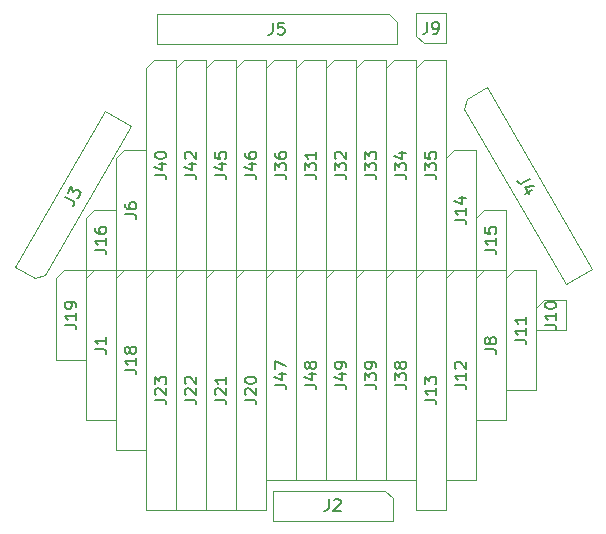
<source format=gbr>
G04 #@! TF.FileFunction,Other,Fab,Top*
%FSLAX46Y46*%
G04 Gerber Fmt 4.6, Leading zero omitted, Abs format (unit mm)*
G04 Created by KiCad (PCBNEW 4.0.7-e2-6376~58~ubuntu14.04.1) date Sat Apr 21 17:00:56 2018*
%MOMM*%
%LPD*%
G01*
G04 APERTURE LIST*
%ADD10C,0.100000*%
%ADD11C,0.150000*%
G04 APERTURE END LIST*
D10*
X197750000Y-84365000D02*
X197750000Y-86270000D01*
X197750000Y-86270000D02*
X177430000Y-86270000D01*
X177430000Y-86270000D02*
X177430000Y-83730000D01*
X177430000Y-83730000D02*
X197115000Y-83730000D01*
X197115000Y-83730000D02*
X197750000Y-84365000D01*
X197410000Y-124705000D02*
X197410000Y-126610000D01*
X197410000Y-126610000D02*
X187250000Y-126610000D01*
X187250000Y-126610000D02*
X187250000Y-124070000D01*
X187250000Y-124070000D02*
X196775000Y-124070000D01*
X196775000Y-124070000D02*
X197410000Y-124705000D01*
X167084926Y-106076170D02*
X165435148Y-105123670D01*
X165435148Y-105123670D02*
X173055148Y-91925443D01*
X173055148Y-91925443D02*
X175254852Y-93195443D01*
X175254852Y-93195443D02*
X167952352Y-105843744D01*
X167952352Y-105843744D02*
X167084926Y-106076170D01*
X203705074Y-90867943D02*
X205354852Y-89915443D01*
X205354852Y-89915443D02*
X214244852Y-105313374D01*
X214244852Y-105313374D02*
X212045148Y-106583374D01*
X212045148Y-106583374D02*
X203472648Y-91735369D01*
X203472648Y-91735369D02*
X203705074Y-90867943D01*
X210185000Y-107950000D02*
X212090000Y-107950000D01*
X212090000Y-107950000D02*
X212090000Y-110490000D01*
X212090000Y-110490000D02*
X209550000Y-110490000D01*
X209550000Y-110490000D02*
X209550000Y-108585000D01*
X209550000Y-108585000D02*
X210185000Y-107950000D01*
X199390000Y-85565000D02*
X199390000Y-83660000D01*
X199390000Y-83660000D02*
X201930000Y-83660000D01*
X201930000Y-83660000D02*
X201930000Y-86200000D01*
X201930000Y-86200000D02*
X200025000Y-86200000D01*
X200025000Y-86200000D02*
X199390000Y-85565000D01*
X174625000Y-95250000D02*
X176530000Y-95250000D01*
X176530000Y-95250000D02*
X176530000Y-105410000D01*
X176530000Y-105410000D02*
X173990000Y-105410000D01*
X173990000Y-105410000D02*
X173990000Y-95885000D01*
X173990000Y-95885000D02*
X174625000Y-95250000D01*
X207645000Y-105410000D02*
X209550000Y-105410000D01*
X209550000Y-105410000D02*
X209550000Y-115570000D01*
X209550000Y-115570000D02*
X207010000Y-115570000D01*
X207010000Y-115570000D02*
X207010000Y-106045000D01*
X207010000Y-106045000D02*
X207645000Y-105410000D01*
X189865000Y-87630000D02*
X191770000Y-87630000D01*
X191770000Y-87630000D02*
X191770000Y-105410000D01*
X191770000Y-105410000D02*
X189230000Y-105410000D01*
X189230000Y-105410000D02*
X189230000Y-88265000D01*
X189230000Y-88265000D02*
X189865000Y-87630000D01*
X192405000Y-87630000D02*
X194310000Y-87630000D01*
X194310000Y-87630000D02*
X194310000Y-105410000D01*
X194310000Y-105410000D02*
X191770000Y-105410000D01*
X191770000Y-105410000D02*
X191770000Y-88265000D01*
X191770000Y-88265000D02*
X192405000Y-87630000D01*
X194945000Y-87630000D02*
X196850000Y-87630000D01*
X196850000Y-87630000D02*
X196850000Y-105410000D01*
X196850000Y-105410000D02*
X194310000Y-105410000D01*
X194310000Y-105410000D02*
X194310000Y-88265000D01*
X194310000Y-88265000D02*
X194945000Y-87630000D01*
X197485000Y-87630000D02*
X199390000Y-87630000D01*
X199390000Y-87630000D02*
X199390000Y-105410000D01*
X199390000Y-105410000D02*
X196850000Y-105410000D01*
X196850000Y-105410000D02*
X196850000Y-88265000D01*
X196850000Y-88265000D02*
X197485000Y-87630000D01*
X200025000Y-87630000D02*
X201930000Y-87630000D01*
X201930000Y-87630000D02*
X201930000Y-105410000D01*
X201930000Y-105410000D02*
X199390000Y-105410000D01*
X199390000Y-105410000D02*
X199390000Y-88265000D01*
X199390000Y-88265000D02*
X200025000Y-87630000D01*
X187325000Y-87630000D02*
X189230000Y-87630000D01*
X189230000Y-87630000D02*
X189230000Y-105410000D01*
X189230000Y-105410000D02*
X186690000Y-105410000D01*
X186690000Y-105410000D02*
X186690000Y-88265000D01*
X186690000Y-88265000D02*
X187325000Y-87630000D01*
X197485000Y-105410000D02*
X199390000Y-105410000D01*
X199390000Y-105410000D02*
X199390000Y-123190000D01*
X199390000Y-123190000D02*
X196850000Y-123190000D01*
X196850000Y-123190000D02*
X196850000Y-106045000D01*
X196850000Y-106045000D02*
X197485000Y-105410000D01*
X194945000Y-105410000D02*
X196850000Y-105410000D01*
X196850000Y-105410000D02*
X196850000Y-123190000D01*
X196850000Y-123190000D02*
X194310000Y-123190000D01*
X194310000Y-123190000D02*
X194310000Y-106045000D01*
X194310000Y-106045000D02*
X194945000Y-105410000D01*
X177165000Y-87630000D02*
X179070000Y-87630000D01*
X179070000Y-87630000D02*
X179070000Y-105410000D01*
X179070000Y-105410000D02*
X176530000Y-105410000D01*
X176530000Y-105410000D02*
X176530000Y-88265000D01*
X176530000Y-88265000D02*
X177165000Y-87630000D01*
X179705000Y-87630000D02*
X181610000Y-87630000D01*
X181610000Y-87630000D02*
X181610000Y-105410000D01*
X181610000Y-105410000D02*
X179070000Y-105410000D01*
X179070000Y-105410000D02*
X179070000Y-88265000D01*
X179070000Y-88265000D02*
X179705000Y-87630000D01*
X182245000Y-87630000D02*
X184150000Y-87630000D01*
X184150000Y-87630000D02*
X184150000Y-105410000D01*
X184150000Y-105410000D02*
X181610000Y-105410000D01*
X181610000Y-105410000D02*
X181610000Y-88265000D01*
X181610000Y-88265000D02*
X182245000Y-87630000D01*
X184785000Y-87630000D02*
X186690000Y-87630000D01*
X186690000Y-87630000D02*
X186690000Y-105410000D01*
X186690000Y-105410000D02*
X184150000Y-105410000D01*
X184150000Y-105410000D02*
X184150000Y-88265000D01*
X184150000Y-88265000D02*
X184785000Y-87630000D01*
X187325000Y-105410000D02*
X189230000Y-105410000D01*
X189230000Y-105410000D02*
X189230000Y-123190000D01*
X189230000Y-123190000D02*
X186690000Y-123190000D01*
X186690000Y-123190000D02*
X186690000Y-106045000D01*
X186690000Y-106045000D02*
X187325000Y-105410000D01*
X189865000Y-105410000D02*
X191770000Y-105410000D01*
X191770000Y-105410000D02*
X191770000Y-123190000D01*
X191770000Y-123190000D02*
X189230000Y-123190000D01*
X189230000Y-123190000D02*
X189230000Y-106045000D01*
X189230000Y-106045000D02*
X189865000Y-105410000D01*
X192405000Y-105410000D02*
X194310000Y-105410000D01*
X194310000Y-105410000D02*
X194310000Y-123190000D01*
X194310000Y-123190000D02*
X191770000Y-123190000D01*
X191770000Y-123190000D02*
X191770000Y-106045000D01*
X191770000Y-106045000D02*
X192405000Y-105410000D01*
X205105000Y-100330000D02*
X207010000Y-100330000D01*
X207010000Y-100330000D02*
X207010000Y-105410000D01*
X207010000Y-105410000D02*
X204470000Y-105410000D01*
X204470000Y-105410000D02*
X204470000Y-100965000D01*
X204470000Y-100965000D02*
X205105000Y-100330000D01*
X172085000Y-100330000D02*
X173990000Y-100330000D01*
X173990000Y-100330000D02*
X173990000Y-105410000D01*
X173990000Y-105410000D02*
X171450000Y-105410000D01*
X171450000Y-105410000D02*
X171450000Y-100965000D01*
X171450000Y-100965000D02*
X172085000Y-100330000D01*
X174625000Y-105410000D02*
X176530000Y-105410000D01*
X176530000Y-105410000D02*
X176530000Y-120650000D01*
X176530000Y-120650000D02*
X173990000Y-120650000D01*
X173990000Y-120650000D02*
X173990000Y-106045000D01*
X173990000Y-106045000D02*
X174625000Y-105410000D01*
X169545000Y-105410000D02*
X171450000Y-105410000D01*
X171450000Y-105410000D02*
X171450000Y-113030000D01*
X171450000Y-113030000D02*
X168910000Y-113030000D01*
X168910000Y-113030000D02*
X168910000Y-106045000D01*
X168910000Y-106045000D02*
X169545000Y-105410000D01*
X184785000Y-105410000D02*
X186690000Y-105410000D01*
X186690000Y-105410000D02*
X186690000Y-125730000D01*
X186690000Y-125730000D02*
X184150000Y-125730000D01*
X184150000Y-125730000D02*
X184150000Y-106045000D01*
X184150000Y-106045000D02*
X184785000Y-105410000D01*
X182245000Y-105410000D02*
X184150000Y-105410000D01*
X184150000Y-105410000D02*
X184150000Y-125730000D01*
X184150000Y-125730000D02*
X181610000Y-125730000D01*
X181610000Y-125730000D02*
X181610000Y-106045000D01*
X181610000Y-106045000D02*
X182245000Y-105410000D01*
X179705000Y-105410000D02*
X181610000Y-105410000D01*
X181610000Y-105410000D02*
X181610000Y-125730000D01*
X181610000Y-125730000D02*
X179070000Y-125730000D01*
X179070000Y-125730000D02*
X179070000Y-106045000D01*
X179070000Y-106045000D02*
X179705000Y-105410000D01*
X177165000Y-105410000D02*
X179070000Y-105410000D01*
X179070000Y-105410000D02*
X179070000Y-125730000D01*
X179070000Y-125730000D02*
X176530000Y-125730000D01*
X176530000Y-125730000D02*
X176530000Y-106045000D01*
X176530000Y-106045000D02*
X177165000Y-105410000D01*
X205105000Y-105410000D02*
X207010000Y-105410000D01*
X207010000Y-105410000D02*
X207010000Y-118110000D01*
X207010000Y-118110000D02*
X204470000Y-118110000D01*
X204470000Y-118110000D02*
X204470000Y-106045000D01*
X204470000Y-106045000D02*
X205105000Y-105410000D01*
X172085000Y-105410000D02*
X173990000Y-105410000D01*
X173990000Y-105410000D02*
X173990000Y-118110000D01*
X173990000Y-118110000D02*
X171450000Y-118110000D01*
X171450000Y-118110000D02*
X171450000Y-106045000D01*
X171450000Y-106045000D02*
X172085000Y-105410000D01*
X202565000Y-105410000D02*
X204470000Y-105410000D01*
X204470000Y-105410000D02*
X204470000Y-123190000D01*
X204470000Y-123190000D02*
X201930000Y-123190000D01*
X201930000Y-123190000D02*
X201930000Y-106045000D01*
X201930000Y-106045000D02*
X202565000Y-105410000D01*
X200025000Y-105410000D02*
X201930000Y-105410000D01*
X201930000Y-105410000D02*
X201930000Y-125730000D01*
X201930000Y-125730000D02*
X199390000Y-125730000D01*
X199390000Y-125730000D02*
X199390000Y-106045000D01*
X199390000Y-106045000D02*
X200025000Y-105410000D01*
X202565000Y-95250000D02*
X204470000Y-95250000D01*
X204470000Y-95250000D02*
X204470000Y-105410000D01*
X204470000Y-105410000D02*
X201930000Y-105410000D01*
X201930000Y-105410000D02*
X201930000Y-95885000D01*
X201930000Y-95885000D02*
X202565000Y-95250000D01*
D11*
X187256667Y-84452381D02*
X187256667Y-85166667D01*
X187209047Y-85309524D01*
X187113809Y-85404762D01*
X186970952Y-85452381D01*
X186875714Y-85452381D01*
X188209048Y-84452381D02*
X187732857Y-84452381D01*
X187685238Y-84928571D01*
X187732857Y-84880952D01*
X187828095Y-84833333D01*
X188066191Y-84833333D01*
X188161429Y-84880952D01*
X188209048Y-84928571D01*
X188256667Y-85023810D01*
X188256667Y-85261905D01*
X188209048Y-85357143D01*
X188161429Y-85404762D01*
X188066191Y-85452381D01*
X187828095Y-85452381D01*
X187732857Y-85404762D01*
X187685238Y-85357143D01*
X191996667Y-124792381D02*
X191996667Y-125506667D01*
X191949047Y-125649524D01*
X191853809Y-125744762D01*
X191710952Y-125792381D01*
X191615714Y-125792381D01*
X192425238Y-124887619D02*
X192472857Y-124840000D01*
X192568095Y-124792381D01*
X192806191Y-124792381D01*
X192901429Y-124840000D01*
X192949048Y-124887619D01*
X192996667Y-124982857D01*
X192996667Y-125078095D01*
X192949048Y-125220952D01*
X192377619Y-125792381D01*
X192996667Y-125792381D01*
X169704082Y-99174422D02*
X170322671Y-99531565D01*
X170422579Y-99644234D01*
X170457439Y-99774332D01*
X170427249Y-99921859D01*
X170379630Y-100004337D01*
X169894558Y-98844508D02*
X170204082Y-98308397D01*
X170367329Y-98787549D01*
X170438758Y-98663830D01*
X170527616Y-98605161D01*
X170592665Y-98587731D01*
X170698954Y-98594111D01*
X170905150Y-98713159D01*
X170963819Y-98802017D01*
X170981249Y-98867066D01*
X170974869Y-98973354D01*
X170832011Y-99220790D01*
X170743153Y-99279459D01*
X170678104Y-99296889D01*
X209007585Y-97686925D02*
X208388996Y-98044068D01*
X208241468Y-98074256D01*
X208111370Y-98039396D01*
X207998703Y-97939488D01*
X207951084Y-97857010D01*
X209171292Y-98637138D02*
X208593941Y-98970472D01*
X209382158Y-98240465D02*
X208644520Y-98391412D01*
X208954044Y-98927523D01*
X210272381Y-110029523D02*
X210986667Y-110029523D01*
X211129524Y-110077143D01*
X211224762Y-110172381D01*
X211272381Y-110315238D01*
X211272381Y-110410476D01*
X211272381Y-109029523D02*
X211272381Y-109600952D01*
X211272381Y-109315238D02*
X210272381Y-109315238D01*
X210415238Y-109410476D01*
X210510476Y-109505714D01*
X210558095Y-109600952D01*
X210272381Y-108410476D02*
X210272381Y-108315237D01*
X210320000Y-108219999D01*
X210367619Y-108172380D01*
X210462857Y-108124761D01*
X210653333Y-108077142D01*
X210891429Y-108077142D01*
X211081905Y-108124761D01*
X211177143Y-108172380D01*
X211224762Y-108219999D01*
X211272381Y-108315237D01*
X211272381Y-108410476D01*
X211224762Y-108505714D01*
X211177143Y-108553333D01*
X211081905Y-108600952D01*
X210891429Y-108648571D01*
X210653333Y-108648571D01*
X210462857Y-108600952D01*
X210367619Y-108553333D01*
X210320000Y-108505714D01*
X210272381Y-108410476D01*
X200326667Y-84382381D02*
X200326667Y-85096667D01*
X200279047Y-85239524D01*
X200183809Y-85334762D01*
X200040952Y-85382381D01*
X199945714Y-85382381D01*
X200850476Y-85382381D02*
X201040952Y-85382381D01*
X201136191Y-85334762D01*
X201183810Y-85287143D01*
X201279048Y-85144286D01*
X201326667Y-84953810D01*
X201326667Y-84572857D01*
X201279048Y-84477619D01*
X201231429Y-84430000D01*
X201136191Y-84382381D01*
X200945714Y-84382381D01*
X200850476Y-84430000D01*
X200802857Y-84477619D01*
X200755238Y-84572857D01*
X200755238Y-84810952D01*
X200802857Y-84906190D01*
X200850476Y-84953810D01*
X200945714Y-85001429D01*
X201136191Y-85001429D01*
X201231429Y-84953810D01*
X201279048Y-84906190D01*
X201326667Y-84810952D01*
X174712381Y-100663333D02*
X175426667Y-100663333D01*
X175569524Y-100710953D01*
X175664762Y-100806191D01*
X175712381Y-100949048D01*
X175712381Y-101044286D01*
X174712381Y-99758571D02*
X174712381Y-99949048D01*
X174760000Y-100044286D01*
X174807619Y-100091905D01*
X174950476Y-100187143D01*
X175140952Y-100234762D01*
X175521905Y-100234762D01*
X175617143Y-100187143D01*
X175664762Y-100139524D01*
X175712381Y-100044286D01*
X175712381Y-99853809D01*
X175664762Y-99758571D01*
X175617143Y-99710952D01*
X175521905Y-99663333D01*
X175283810Y-99663333D01*
X175188571Y-99710952D01*
X175140952Y-99758571D01*
X175093333Y-99853809D01*
X175093333Y-100044286D01*
X175140952Y-100139524D01*
X175188571Y-100187143D01*
X175283810Y-100234762D01*
X207732381Y-111299523D02*
X208446667Y-111299523D01*
X208589524Y-111347143D01*
X208684762Y-111442381D01*
X208732381Y-111585238D01*
X208732381Y-111680476D01*
X208732381Y-110299523D02*
X208732381Y-110870952D01*
X208732381Y-110585238D02*
X207732381Y-110585238D01*
X207875238Y-110680476D01*
X207970476Y-110775714D01*
X208018095Y-110870952D01*
X208732381Y-109347142D02*
X208732381Y-109918571D01*
X208732381Y-109632857D02*
X207732381Y-109632857D01*
X207875238Y-109728095D01*
X207970476Y-109823333D01*
X208018095Y-109918571D01*
X189952381Y-97329523D02*
X190666667Y-97329523D01*
X190809524Y-97377143D01*
X190904762Y-97472381D01*
X190952381Y-97615238D01*
X190952381Y-97710476D01*
X189952381Y-96948571D02*
X189952381Y-96329523D01*
X190333333Y-96662857D01*
X190333333Y-96519999D01*
X190380952Y-96424761D01*
X190428571Y-96377142D01*
X190523810Y-96329523D01*
X190761905Y-96329523D01*
X190857143Y-96377142D01*
X190904762Y-96424761D01*
X190952381Y-96519999D01*
X190952381Y-96805714D01*
X190904762Y-96900952D01*
X190857143Y-96948571D01*
X190952381Y-95377142D02*
X190952381Y-95948571D01*
X190952381Y-95662857D02*
X189952381Y-95662857D01*
X190095238Y-95758095D01*
X190190476Y-95853333D01*
X190238095Y-95948571D01*
X192492381Y-97329523D02*
X193206667Y-97329523D01*
X193349524Y-97377143D01*
X193444762Y-97472381D01*
X193492381Y-97615238D01*
X193492381Y-97710476D01*
X192492381Y-96948571D02*
X192492381Y-96329523D01*
X192873333Y-96662857D01*
X192873333Y-96519999D01*
X192920952Y-96424761D01*
X192968571Y-96377142D01*
X193063810Y-96329523D01*
X193301905Y-96329523D01*
X193397143Y-96377142D01*
X193444762Y-96424761D01*
X193492381Y-96519999D01*
X193492381Y-96805714D01*
X193444762Y-96900952D01*
X193397143Y-96948571D01*
X192587619Y-95948571D02*
X192540000Y-95900952D01*
X192492381Y-95805714D01*
X192492381Y-95567618D01*
X192540000Y-95472380D01*
X192587619Y-95424761D01*
X192682857Y-95377142D01*
X192778095Y-95377142D01*
X192920952Y-95424761D01*
X193492381Y-95996190D01*
X193492381Y-95377142D01*
X195032381Y-97329523D02*
X195746667Y-97329523D01*
X195889524Y-97377143D01*
X195984762Y-97472381D01*
X196032381Y-97615238D01*
X196032381Y-97710476D01*
X195032381Y-96948571D02*
X195032381Y-96329523D01*
X195413333Y-96662857D01*
X195413333Y-96519999D01*
X195460952Y-96424761D01*
X195508571Y-96377142D01*
X195603810Y-96329523D01*
X195841905Y-96329523D01*
X195937143Y-96377142D01*
X195984762Y-96424761D01*
X196032381Y-96519999D01*
X196032381Y-96805714D01*
X195984762Y-96900952D01*
X195937143Y-96948571D01*
X195032381Y-95996190D02*
X195032381Y-95377142D01*
X195413333Y-95710476D01*
X195413333Y-95567618D01*
X195460952Y-95472380D01*
X195508571Y-95424761D01*
X195603810Y-95377142D01*
X195841905Y-95377142D01*
X195937143Y-95424761D01*
X195984762Y-95472380D01*
X196032381Y-95567618D01*
X196032381Y-95853333D01*
X195984762Y-95948571D01*
X195937143Y-95996190D01*
X197572381Y-97329523D02*
X198286667Y-97329523D01*
X198429524Y-97377143D01*
X198524762Y-97472381D01*
X198572381Y-97615238D01*
X198572381Y-97710476D01*
X197572381Y-96948571D02*
X197572381Y-96329523D01*
X197953333Y-96662857D01*
X197953333Y-96519999D01*
X198000952Y-96424761D01*
X198048571Y-96377142D01*
X198143810Y-96329523D01*
X198381905Y-96329523D01*
X198477143Y-96377142D01*
X198524762Y-96424761D01*
X198572381Y-96519999D01*
X198572381Y-96805714D01*
X198524762Y-96900952D01*
X198477143Y-96948571D01*
X197905714Y-95472380D02*
X198572381Y-95472380D01*
X197524762Y-95710476D02*
X198239048Y-95948571D01*
X198239048Y-95329523D01*
X200112381Y-97329523D02*
X200826667Y-97329523D01*
X200969524Y-97377143D01*
X201064762Y-97472381D01*
X201112381Y-97615238D01*
X201112381Y-97710476D01*
X200112381Y-96948571D02*
X200112381Y-96329523D01*
X200493333Y-96662857D01*
X200493333Y-96519999D01*
X200540952Y-96424761D01*
X200588571Y-96377142D01*
X200683810Y-96329523D01*
X200921905Y-96329523D01*
X201017143Y-96377142D01*
X201064762Y-96424761D01*
X201112381Y-96519999D01*
X201112381Y-96805714D01*
X201064762Y-96900952D01*
X201017143Y-96948571D01*
X200112381Y-95424761D02*
X200112381Y-95900952D01*
X200588571Y-95948571D01*
X200540952Y-95900952D01*
X200493333Y-95805714D01*
X200493333Y-95567618D01*
X200540952Y-95472380D01*
X200588571Y-95424761D01*
X200683810Y-95377142D01*
X200921905Y-95377142D01*
X201017143Y-95424761D01*
X201064762Y-95472380D01*
X201112381Y-95567618D01*
X201112381Y-95805714D01*
X201064762Y-95900952D01*
X201017143Y-95948571D01*
X187412381Y-97329523D02*
X188126667Y-97329523D01*
X188269524Y-97377143D01*
X188364762Y-97472381D01*
X188412381Y-97615238D01*
X188412381Y-97710476D01*
X187412381Y-96948571D02*
X187412381Y-96329523D01*
X187793333Y-96662857D01*
X187793333Y-96519999D01*
X187840952Y-96424761D01*
X187888571Y-96377142D01*
X187983810Y-96329523D01*
X188221905Y-96329523D01*
X188317143Y-96377142D01*
X188364762Y-96424761D01*
X188412381Y-96519999D01*
X188412381Y-96805714D01*
X188364762Y-96900952D01*
X188317143Y-96948571D01*
X187412381Y-95472380D02*
X187412381Y-95662857D01*
X187460000Y-95758095D01*
X187507619Y-95805714D01*
X187650476Y-95900952D01*
X187840952Y-95948571D01*
X188221905Y-95948571D01*
X188317143Y-95900952D01*
X188364762Y-95853333D01*
X188412381Y-95758095D01*
X188412381Y-95567618D01*
X188364762Y-95472380D01*
X188317143Y-95424761D01*
X188221905Y-95377142D01*
X187983810Y-95377142D01*
X187888571Y-95424761D01*
X187840952Y-95472380D01*
X187793333Y-95567618D01*
X187793333Y-95758095D01*
X187840952Y-95853333D01*
X187888571Y-95900952D01*
X187983810Y-95948571D01*
X197572381Y-115109523D02*
X198286667Y-115109523D01*
X198429524Y-115157143D01*
X198524762Y-115252381D01*
X198572381Y-115395238D01*
X198572381Y-115490476D01*
X197572381Y-114728571D02*
X197572381Y-114109523D01*
X197953333Y-114442857D01*
X197953333Y-114299999D01*
X198000952Y-114204761D01*
X198048571Y-114157142D01*
X198143810Y-114109523D01*
X198381905Y-114109523D01*
X198477143Y-114157142D01*
X198524762Y-114204761D01*
X198572381Y-114299999D01*
X198572381Y-114585714D01*
X198524762Y-114680952D01*
X198477143Y-114728571D01*
X198000952Y-113538095D02*
X197953333Y-113633333D01*
X197905714Y-113680952D01*
X197810476Y-113728571D01*
X197762857Y-113728571D01*
X197667619Y-113680952D01*
X197620000Y-113633333D01*
X197572381Y-113538095D01*
X197572381Y-113347618D01*
X197620000Y-113252380D01*
X197667619Y-113204761D01*
X197762857Y-113157142D01*
X197810476Y-113157142D01*
X197905714Y-113204761D01*
X197953333Y-113252380D01*
X198000952Y-113347618D01*
X198000952Y-113538095D01*
X198048571Y-113633333D01*
X198096190Y-113680952D01*
X198191429Y-113728571D01*
X198381905Y-113728571D01*
X198477143Y-113680952D01*
X198524762Y-113633333D01*
X198572381Y-113538095D01*
X198572381Y-113347618D01*
X198524762Y-113252380D01*
X198477143Y-113204761D01*
X198381905Y-113157142D01*
X198191429Y-113157142D01*
X198096190Y-113204761D01*
X198048571Y-113252380D01*
X198000952Y-113347618D01*
X195032381Y-115109523D02*
X195746667Y-115109523D01*
X195889524Y-115157143D01*
X195984762Y-115252381D01*
X196032381Y-115395238D01*
X196032381Y-115490476D01*
X195032381Y-114728571D02*
X195032381Y-114109523D01*
X195413333Y-114442857D01*
X195413333Y-114299999D01*
X195460952Y-114204761D01*
X195508571Y-114157142D01*
X195603810Y-114109523D01*
X195841905Y-114109523D01*
X195937143Y-114157142D01*
X195984762Y-114204761D01*
X196032381Y-114299999D01*
X196032381Y-114585714D01*
X195984762Y-114680952D01*
X195937143Y-114728571D01*
X196032381Y-113633333D02*
X196032381Y-113442857D01*
X195984762Y-113347618D01*
X195937143Y-113299999D01*
X195794286Y-113204761D01*
X195603810Y-113157142D01*
X195222857Y-113157142D01*
X195127619Y-113204761D01*
X195080000Y-113252380D01*
X195032381Y-113347618D01*
X195032381Y-113538095D01*
X195080000Y-113633333D01*
X195127619Y-113680952D01*
X195222857Y-113728571D01*
X195460952Y-113728571D01*
X195556190Y-113680952D01*
X195603810Y-113633333D01*
X195651429Y-113538095D01*
X195651429Y-113347618D01*
X195603810Y-113252380D01*
X195556190Y-113204761D01*
X195460952Y-113157142D01*
X177252381Y-97329523D02*
X177966667Y-97329523D01*
X178109524Y-97377143D01*
X178204762Y-97472381D01*
X178252381Y-97615238D01*
X178252381Y-97710476D01*
X177585714Y-96424761D02*
X178252381Y-96424761D01*
X177204762Y-96662857D02*
X177919048Y-96900952D01*
X177919048Y-96281904D01*
X177252381Y-95710476D02*
X177252381Y-95615237D01*
X177300000Y-95519999D01*
X177347619Y-95472380D01*
X177442857Y-95424761D01*
X177633333Y-95377142D01*
X177871429Y-95377142D01*
X178061905Y-95424761D01*
X178157143Y-95472380D01*
X178204762Y-95519999D01*
X178252381Y-95615237D01*
X178252381Y-95710476D01*
X178204762Y-95805714D01*
X178157143Y-95853333D01*
X178061905Y-95900952D01*
X177871429Y-95948571D01*
X177633333Y-95948571D01*
X177442857Y-95900952D01*
X177347619Y-95853333D01*
X177300000Y-95805714D01*
X177252381Y-95710476D01*
X179792381Y-97329523D02*
X180506667Y-97329523D01*
X180649524Y-97377143D01*
X180744762Y-97472381D01*
X180792381Y-97615238D01*
X180792381Y-97710476D01*
X180125714Y-96424761D02*
X180792381Y-96424761D01*
X179744762Y-96662857D02*
X180459048Y-96900952D01*
X180459048Y-96281904D01*
X179887619Y-95948571D02*
X179840000Y-95900952D01*
X179792381Y-95805714D01*
X179792381Y-95567618D01*
X179840000Y-95472380D01*
X179887619Y-95424761D01*
X179982857Y-95377142D01*
X180078095Y-95377142D01*
X180220952Y-95424761D01*
X180792381Y-95996190D01*
X180792381Y-95377142D01*
X182332381Y-97329523D02*
X183046667Y-97329523D01*
X183189524Y-97377143D01*
X183284762Y-97472381D01*
X183332381Y-97615238D01*
X183332381Y-97710476D01*
X182665714Y-96424761D02*
X183332381Y-96424761D01*
X182284762Y-96662857D02*
X182999048Y-96900952D01*
X182999048Y-96281904D01*
X182332381Y-95424761D02*
X182332381Y-95900952D01*
X182808571Y-95948571D01*
X182760952Y-95900952D01*
X182713333Y-95805714D01*
X182713333Y-95567618D01*
X182760952Y-95472380D01*
X182808571Y-95424761D01*
X182903810Y-95377142D01*
X183141905Y-95377142D01*
X183237143Y-95424761D01*
X183284762Y-95472380D01*
X183332381Y-95567618D01*
X183332381Y-95805714D01*
X183284762Y-95900952D01*
X183237143Y-95948571D01*
X184872381Y-97329523D02*
X185586667Y-97329523D01*
X185729524Y-97377143D01*
X185824762Y-97472381D01*
X185872381Y-97615238D01*
X185872381Y-97710476D01*
X185205714Y-96424761D02*
X185872381Y-96424761D01*
X184824762Y-96662857D02*
X185539048Y-96900952D01*
X185539048Y-96281904D01*
X184872381Y-95472380D02*
X184872381Y-95662857D01*
X184920000Y-95758095D01*
X184967619Y-95805714D01*
X185110476Y-95900952D01*
X185300952Y-95948571D01*
X185681905Y-95948571D01*
X185777143Y-95900952D01*
X185824762Y-95853333D01*
X185872381Y-95758095D01*
X185872381Y-95567618D01*
X185824762Y-95472380D01*
X185777143Y-95424761D01*
X185681905Y-95377142D01*
X185443810Y-95377142D01*
X185348571Y-95424761D01*
X185300952Y-95472380D01*
X185253333Y-95567618D01*
X185253333Y-95758095D01*
X185300952Y-95853333D01*
X185348571Y-95900952D01*
X185443810Y-95948571D01*
X187412381Y-115109523D02*
X188126667Y-115109523D01*
X188269524Y-115157143D01*
X188364762Y-115252381D01*
X188412381Y-115395238D01*
X188412381Y-115490476D01*
X187745714Y-114204761D02*
X188412381Y-114204761D01*
X187364762Y-114442857D02*
X188079048Y-114680952D01*
X188079048Y-114061904D01*
X187412381Y-113776190D02*
X187412381Y-113109523D01*
X188412381Y-113538095D01*
X189952381Y-115109523D02*
X190666667Y-115109523D01*
X190809524Y-115157143D01*
X190904762Y-115252381D01*
X190952381Y-115395238D01*
X190952381Y-115490476D01*
X190285714Y-114204761D02*
X190952381Y-114204761D01*
X189904762Y-114442857D02*
X190619048Y-114680952D01*
X190619048Y-114061904D01*
X190380952Y-113538095D02*
X190333333Y-113633333D01*
X190285714Y-113680952D01*
X190190476Y-113728571D01*
X190142857Y-113728571D01*
X190047619Y-113680952D01*
X190000000Y-113633333D01*
X189952381Y-113538095D01*
X189952381Y-113347618D01*
X190000000Y-113252380D01*
X190047619Y-113204761D01*
X190142857Y-113157142D01*
X190190476Y-113157142D01*
X190285714Y-113204761D01*
X190333333Y-113252380D01*
X190380952Y-113347618D01*
X190380952Y-113538095D01*
X190428571Y-113633333D01*
X190476190Y-113680952D01*
X190571429Y-113728571D01*
X190761905Y-113728571D01*
X190857143Y-113680952D01*
X190904762Y-113633333D01*
X190952381Y-113538095D01*
X190952381Y-113347618D01*
X190904762Y-113252380D01*
X190857143Y-113204761D01*
X190761905Y-113157142D01*
X190571429Y-113157142D01*
X190476190Y-113204761D01*
X190428571Y-113252380D01*
X190380952Y-113347618D01*
X192492381Y-115109523D02*
X193206667Y-115109523D01*
X193349524Y-115157143D01*
X193444762Y-115252381D01*
X193492381Y-115395238D01*
X193492381Y-115490476D01*
X192825714Y-114204761D02*
X193492381Y-114204761D01*
X192444762Y-114442857D02*
X193159048Y-114680952D01*
X193159048Y-114061904D01*
X193492381Y-113633333D02*
X193492381Y-113442857D01*
X193444762Y-113347618D01*
X193397143Y-113299999D01*
X193254286Y-113204761D01*
X193063810Y-113157142D01*
X192682857Y-113157142D01*
X192587619Y-113204761D01*
X192540000Y-113252380D01*
X192492381Y-113347618D01*
X192492381Y-113538095D01*
X192540000Y-113633333D01*
X192587619Y-113680952D01*
X192682857Y-113728571D01*
X192920952Y-113728571D01*
X193016190Y-113680952D01*
X193063810Y-113633333D01*
X193111429Y-113538095D01*
X193111429Y-113347618D01*
X193063810Y-113252380D01*
X193016190Y-113204761D01*
X192920952Y-113157142D01*
X205192381Y-103679523D02*
X205906667Y-103679523D01*
X206049524Y-103727143D01*
X206144762Y-103822381D01*
X206192381Y-103965238D01*
X206192381Y-104060476D01*
X206192381Y-102679523D02*
X206192381Y-103250952D01*
X206192381Y-102965238D02*
X205192381Y-102965238D01*
X205335238Y-103060476D01*
X205430476Y-103155714D01*
X205478095Y-103250952D01*
X205192381Y-101774761D02*
X205192381Y-102250952D01*
X205668571Y-102298571D01*
X205620952Y-102250952D01*
X205573333Y-102155714D01*
X205573333Y-101917618D01*
X205620952Y-101822380D01*
X205668571Y-101774761D01*
X205763810Y-101727142D01*
X206001905Y-101727142D01*
X206097143Y-101774761D01*
X206144762Y-101822380D01*
X206192381Y-101917618D01*
X206192381Y-102155714D01*
X206144762Y-102250952D01*
X206097143Y-102298571D01*
X172172381Y-103679523D02*
X172886667Y-103679523D01*
X173029524Y-103727143D01*
X173124762Y-103822381D01*
X173172381Y-103965238D01*
X173172381Y-104060476D01*
X173172381Y-102679523D02*
X173172381Y-103250952D01*
X173172381Y-102965238D02*
X172172381Y-102965238D01*
X172315238Y-103060476D01*
X172410476Y-103155714D01*
X172458095Y-103250952D01*
X172172381Y-101822380D02*
X172172381Y-102012857D01*
X172220000Y-102108095D01*
X172267619Y-102155714D01*
X172410476Y-102250952D01*
X172600952Y-102298571D01*
X172981905Y-102298571D01*
X173077143Y-102250952D01*
X173124762Y-102203333D01*
X173172381Y-102108095D01*
X173172381Y-101917618D01*
X173124762Y-101822380D01*
X173077143Y-101774761D01*
X172981905Y-101727142D01*
X172743810Y-101727142D01*
X172648571Y-101774761D01*
X172600952Y-101822380D01*
X172553333Y-101917618D01*
X172553333Y-102108095D01*
X172600952Y-102203333D01*
X172648571Y-102250952D01*
X172743810Y-102298571D01*
X174712381Y-113839523D02*
X175426667Y-113839523D01*
X175569524Y-113887143D01*
X175664762Y-113982381D01*
X175712381Y-114125238D01*
X175712381Y-114220476D01*
X175712381Y-112839523D02*
X175712381Y-113410952D01*
X175712381Y-113125238D02*
X174712381Y-113125238D01*
X174855238Y-113220476D01*
X174950476Y-113315714D01*
X174998095Y-113410952D01*
X175140952Y-112268095D02*
X175093333Y-112363333D01*
X175045714Y-112410952D01*
X174950476Y-112458571D01*
X174902857Y-112458571D01*
X174807619Y-112410952D01*
X174760000Y-112363333D01*
X174712381Y-112268095D01*
X174712381Y-112077618D01*
X174760000Y-111982380D01*
X174807619Y-111934761D01*
X174902857Y-111887142D01*
X174950476Y-111887142D01*
X175045714Y-111934761D01*
X175093333Y-111982380D01*
X175140952Y-112077618D01*
X175140952Y-112268095D01*
X175188571Y-112363333D01*
X175236190Y-112410952D01*
X175331429Y-112458571D01*
X175521905Y-112458571D01*
X175617143Y-112410952D01*
X175664762Y-112363333D01*
X175712381Y-112268095D01*
X175712381Y-112077618D01*
X175664762Y-111982380D01*
X175617143Y-111934761D01*
X175521905Y-111887142D01*
X175331429Y-111887142D01*
X175236190Y-111934761D01*
X175188571Y-111982380D01*
X175140952Y-112077618D01*
X169632381Y-110029523D02*
X170346667Y-110029523D01*
X170489524Y-110077143D01*
X170584762Y-110172381D01*
X170632381Y-110315238D01*
X170632381Y-110410476D01*
X170632381Y-109029523D02*
X170632381Y-109600952D01*
X170632381Y-109315238D02*
X169632381Y-109315238D01*
X169775238Y-109410476D01*
X169870476Y-109505714D01*
X169918095Y-109600952D01*
X170632381Y-108553333D02*
X170632381Y-108362857D01*
X170584762Y-108267618D01*
X170537143Y-108219999D01*
X170394286Y-108124761D01*
X170203810Y-108077142D01*
X169822857Y-108077142D01*
X169727619Y-108124761D01*
X169680000Y-108172380D01*
X169632381Y-108267618D01*
X169632381Y-108458095D01*
X169680000Y-108553333D01*
X169727619Y-108600952D01*
X169822857Y-108648571D01*
X170060952Y-108648571D01*
X170156190Y-108600952D01*
X170203810Y-108553333D01*
X170251429Y-108458095D01*
X170251429Y-108267618D01*
X170203810Y-108172380D01*
X170156190Y-108124761D01*
X170060952Y-108077142D01*
X184872381Y-116379523D02*
X185586667Y-116379523D01*
X185729524Y-116427143D01*
X185824762Y-116522381D01*
X185872381Y-116665238D01*
X185872381Y-116760476D01*
X184967619Y-115950952D02*
X184920000Y-115903333D01*
X184872381Y-115808095D01*
X184872381Y-115569999D01*
X184920000Y-115474761D01*
X184967619Y-115427142D01*
X185062857Y-115379523D01*
X185158095Y-115379523D01*
X185300952Y-115427142D01*
X185872381Y-115998571D01*
X185872381Y-115379523D01*
X184872381Y-114760476D02*
X184872381Y-114665237D01*
X184920000Y-114569999D01*
X184967619Y-114522380D01*
X185062857Y-114474761D01*
X185253333Y-114427142D01*
X185491429Y-114427142D01*
X185681905Y-114474761D01*
X185777143Y-114522380D01*
X185824762Y-114569999D01*
X185872381Y-114665237D01*
X185872381Y-114760476D01*
X185824762Y-114855714D01*
X185777143Y-114903333D01*
X185681905Y-114950952D01*
X185491429Y-114998571D01*
X185253333Y-114998571D01*
X185062857Y-114950952D01*
X184967619Y-114903333D01*
X184920000Y-114855714D01*
X184872381Y-114760476D01*
X182332381Y-116379523D02*
X183046667Y-116379523D01*
X183189524Y-116427143D01*
X183284762Y-116522381D01*
X183332381Y-116665238D01*
X183332381Y-116760476D01*
X182427619Y-115950952D02*
X182380000Y-115903333D01*
X182332381Y-115808095D01*
X182332381Y-115569999D01*
X182380000Y-115474761D01*
X182427619Y-115427142D01*
X182522857Y-115379523D01*
X182618095Y-115379523D01*
X182760952Y-115427142D01*
X183332381Y-115998571D01*
X183332381Y-115379523D01*
X183332381Y-114427142D02*
X183332381Y-114998571D01*
X183332381Y-114712857D02*
X182332381Y-114712857D01*
X182475238Y-114808095D01*
X182570476Y-114903333D01*
X182618095Y-114998571D01*
X179792381Y-116379523D02*
X180506667Y-116379523D01*
X180649524Y-116427143D01*
X180744762Y-116522381D01*
X180792381Y-116665238D01*
X180792381Y-116760476D01*
X179887619Y-115950952D02*
X179840000Y-115903333D01*
X179792381Y-115808095D01*
X179792381Y-115569999D01*
X179840000Y-115474761D01*
X179887619Y-115427142D01*
X179982857Y-115379523D01*
X180078095Y-115379523D01*
X180220952Y-115427142D01*
X180792381Y-115998571D01*
X180792381Y-115379523D01*
X179887619Y-114998571D02*
X179840000Y-114950952D01*
X179792381Y-114855714D01*
X179792381Y-114617618D01*
X179840000Y-114522380D01*
X179887619Y-114474761D01*
X179982857Y-114427142D01*
X180078095Y-114427142D01*
X180220952Y-114474761D01*
X180792381Y-115046190D01*
X180792381Y-114427142D01*
X177252381Y-116379523D02*
X177966667Y-116379523D01*
X178109524Y-116427143D01*
X178204762Y-116522381D01*
X178252381Y-116665238D01*
X178252381Y-116760476D01*
X177347619Y-115950952D02*
X177300000Y-115903333D01*
X177252381Y-115808095D01*
X177252381Y-115569999D01*
X177300000Y-115474761D01*
X177347619Y-115427142D01*
X177442857Y-115379523D01*
X177538095Y-115379523D01*
X177680952Y-115427142D01*
X178252381Y-115998571D01*
X178252381Y-115379523D01*
X177252381Y-115046190D02*
X177252381Y-114427142D01*
X177633333Y-114760476D01*
X177633333Y-114617618D01*
X177680952Y-114522380D01*
X177728571Y-114474761D01*
X177823810Y-114427142D01*
X178061905Y-114427142D01*
X178157143Y-114474761D01*
X178204762Y-114522380D01*
X178252381Y-114617618D01*
X178252381Y-114903333D01*
X178204762Y-114998571D01*
X178157143Y-115046190D01*
X205192381Y-112093333D02*
X205906667Y-112093333D01*
X206049524Y-112140953D01*
X206144762Y-112236191D01*
X206192381Y-112379048D01*
X206192381Y-112474286D01*
X205620952Y-111474286D02*
X205573333Y-111569524D01*
X205525714Y-111617143D01*
X205430476Y-111664762D01*
X205382857Y-111664762D01*
X205287619Y-111617143D01*
X205240000Y-111569524D01*
X205192381Y-111474286D01*
X205192381Y-111283809D01*
X205240000Y-111188571D01*
X205287619Y-111140952D01*
X205382857Y-111093333D01*
X205430476Y-111093333D01*
X205525714Y-111140952D01*
X205573333Y-111188571D01*
X205620952Y-111283809D01*
X205620952Y-111474286D01*
X205668571Y-111569524D01*
X205716190Y-111617143D01*
X205811429Y-111664762D01*
X206001905Y-111664762D01*
X206097143Y-111617143D01*
X206144762Y-111569524D01*
X206192381Y-111474286D01*
X206192381Y-111283809D01*
X206144762Y-111188571D01*
X206097143Y-111140952D01*
X206001905Y-111093333D01*
X205811429Y-111093333D01*
X205716190Y-111140952D01*
X205668571Y-111188571D01*
X205620952Y-111283809D01*
X172172381Y-112093333D02*
X172886667Y-112093333D01*
X173029524Y-112140953D01*
X173124762Y-112236191D01*
X173172381Y-112379048D01*
X173172381Y-112474286D01*
X173172381Y-111093333D02*
X173172381Y-111664762D01*
X173172381Y-111379048D02*
X172172381Y-111379048D01*
X172315238Y-111474286D01*
X172410476Y-111569524D01*
X172458095Y-111664762D01*
X202652381Y-115109523D02*
X203366667Y-115109523D01*
X203509524Y-115157143D01*
X203604762Y-115252381D01*
X203652381Y-115395238D01*
X203652381Y-115490476D01*
X203652381Y-114109523D02*
X203652381Y-114680952D01*
X203652381Y-114395238D02*
X202652381Y-114395238D01*
X202795238Y-114490476D01*
X202890476Y-114585714D01*
X202938095Y-114680952D01*
X202747619Y-113728571D02*
X202700000Y-113680952D01*
X202652381Y-113585714D01*
X202652381Y-113347618D01*
X202700000Y-113252380D01*
X202747619Y-113204761D01*
X202842857Y-113157142D01*
X202938095Y-113157142D01*
X203080952Y-113204761D01*
X203652381Y-113776190D01*
X203652381Y-113157142D01*
X200112381Y-116379523D02*
X200826667Y-116379523D01*
X200969524Y-116427143D01*
X201064762Y-116522381D01*
X201112381Y-116665238D01*
X201112381Y-116760476D01*
X201112381Y-115379523D02*
X201112381Y-115950952D01*
X201112381Y-115665238D02*
X200112381Y-115665238D01*
X200255238Y-115760476D01*
X200350476Y-115855714D01*
X200398095Y-115950952D01*
X200112381Y-115046190D02*
X200112381Y-114427142D01*
X200493333Y-114760476D01*
X200493333Y-114617618D01*
X200540952Y-114522380D01*
X200588571Y-114474761D01*
X200683810Y-114427142D01*
X200921905Y-114427142D01*
X201017143Y-114474761D01*
X201064762Y-114522380D01*
X201112381Y-114617618D01*
X201112381Y-114903333D01*
X201064762Y-114998571D01*
X201017143Y-115046190D01*
X202652381Y-101139523D02*
X203366667Y-101139523D01*
X203509524Y-101187143D01*
X203604762Y-101282381D01*
X203652381Y-101425238D01*
X203652381Y-101520476D01*
X203652381Y-100139523D02*
X203652381Y-100710952D01*
X203652381Y-100425238D02*
X202652381Y-100425238D01*
X202795238Y-100520476D01*
X202890476Y-100615714D01*
X202938095Y-100710952D01*
X202985714Y-99282380D02*
X203652381Y-99282380D01*
X202604762Y-99520476D02*
X203319048Y-99758571D01*
X203319048Y-99139523D01*
M02*

</source>
